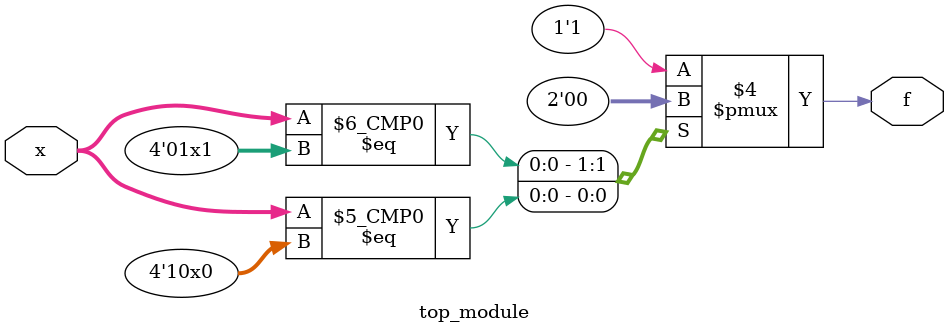
<source format=sv>
module top_module (
    input [4:1] x,
    output logic f
);

always_comb begin
    case (x)
        4'b01x1: f = 0;
        4'b10x0: f = 0;
        4'b11xx: f = 1;
        default: f = 1;
    endcase
end

endmodule

</source>
